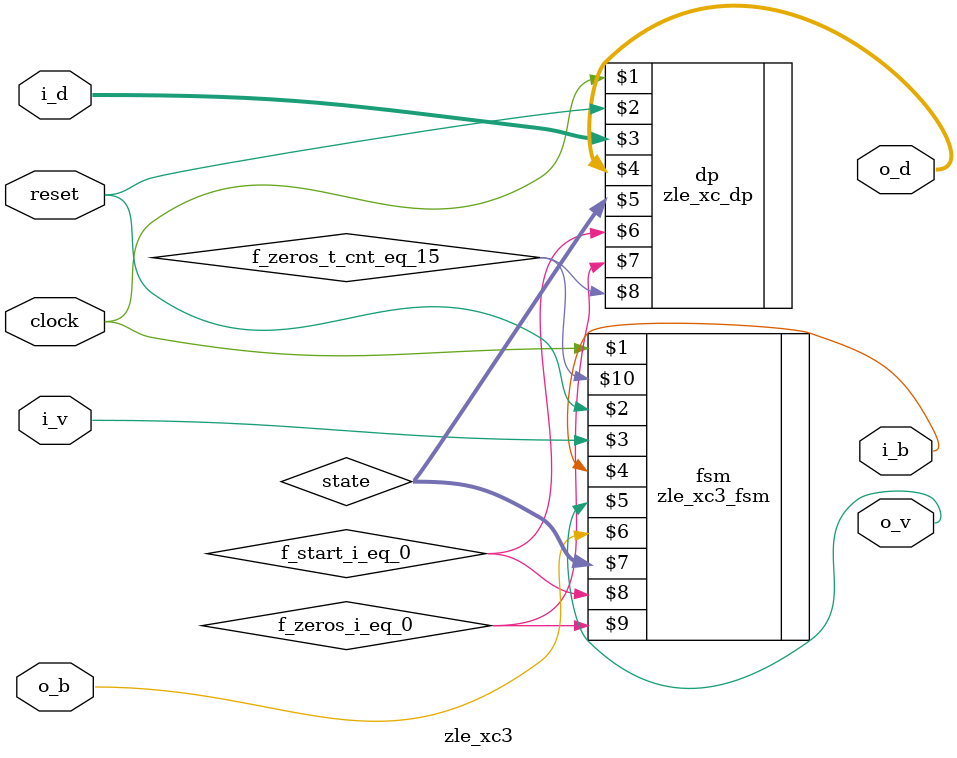
<source format=v>

`include "zle_xc3_fsm.v"
`include "zle_xc_dp.v"

module zle_xc3 (clock, reset,  i_d, i_v, i_b,  o_d, o_v, o_b);
   
   input  clock, reset;
   input  [2:0] i_d;	input  i_v;	output i_b;	// - input  stream i
   output [3:0] o_d;	output o_v;	input  o_b;	// - output stream o

   wire [3:0] 	state;				// - state to datapath
   wire 	f_start_i_eq_0,
		f_zeros_i_eq_0,
		f_zeros_t_cnt_eq_15;		// - flags from datapath
   
   zle_xc3_fsm fsm (clock, reset,  i_v, i_b,  o_v, o_b,  state,
		    f_start_i_eq_0, f_zeros_i_eq_0, f_zeros_t_cnt_eq_15);
   
   zle_xc_dp   dp  (clock, reset, i_d, o_d, state,
		    f_start_i_eq_0, f_zeros_i_eq_0, f_zeros_t_cnt_eq_15);

endmodule // zle_xc3

</source>
